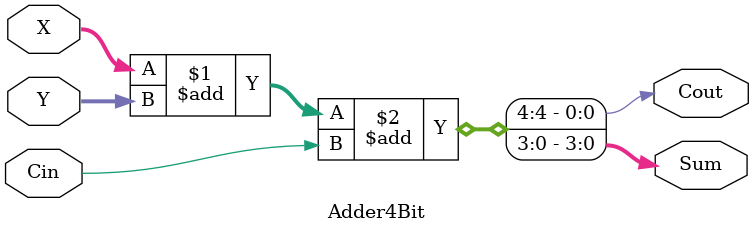
<source format=v>
module Adder4Bit(X, Y, Cin, Sum, Cout);
input [3:0] X,Y;
input Cin;
output [3:0] Sum;
output Cout;
assign #10 {Cout,Sum} = X + Y + Cin;
endmodule


</source>
